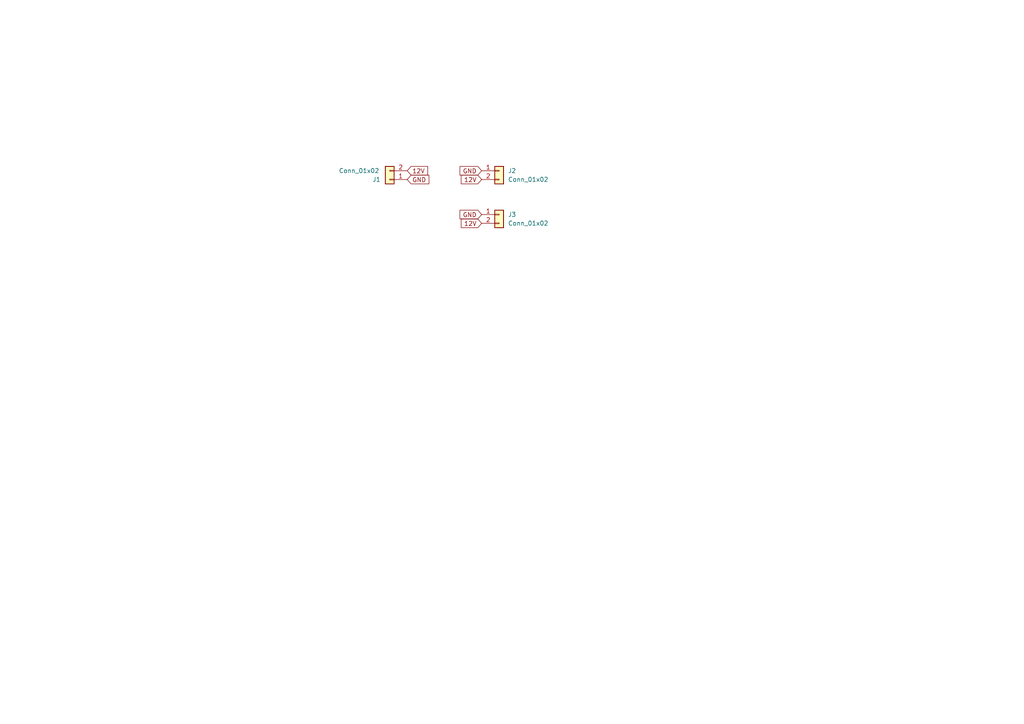
<source format=kicad_sch>
(kicad_sch (version 20211123) (generator eeschema)
  (paper "A4")
  (lib_symbols
    (symbol "Connector_Generic:Conn_01x02" (pin_names (offset 1.016) hide)
      (property "Reference" "J" (at 0 2.54 0))
      (property "Value" "Conn_01x02" (at 0 -5.08 0))
      (symbol "Conn_01x02_1_1"
        (rectangle (start -1.27 -2.413) (end 0 -2.667) (stroke (width 0.1524)))
        (rectangle (start -1.27 0.127) (end 0 -0.127) (stroke (width 0.1524)))
        (rectangle (start -1.27 1.27) (end 1.27 -3.81) (stroke (width 0.254)) (fill (type background)))
        (pin passive line (at -5.08 0 0) (length 3.81) (name "Pin_1") (number "1"))
        (pin passive line (at -5.08 -2.54 0) (length 3.81) (name "Pin_2") (number "2"))
      )
    )
  )
  (global_label "GND" (shape input) (at 118.11 52.07 0) (property "Intersheet References" "${INTERSHEET_REFS}" (effects hide)))
  (global_label "12V" (shape input) (at 139.7 64.77 180) (property "Intersheet References" "${INTERSHEET_REFS}" (effects hide)))
  (global_label "12V" (shape input) (at 139.7 52.07 180) (property "Intersheet References" "${INTERSHEET_REFS}" (effects hide)))
  (global_label "12V" (shape input) (at 118.11 49.53 0) (property "Intersheet References" "${INTERSHEET_REFS}" (effects hide)))
  (global_label "GND" (shape input) (at 139.7 49.53 180) (property "Intersheet References" "${INTERSHEET_REFS}" (effects hide)))
  (global_label "GND" (shape input) (at 139.7 62.23 180) (property "Intersheet References" "${INTERSHEET_REFS}" (effects hide)))
  (symbol (lib_id "Connector_Generic:Conn_01x02") (at 144.78 62.23 0) (unit 1)
    (property "Reference" "J3" (at 147.32 62.2299 0) (effects (justify left)))
    (property "Value" "Conn_01x02" (at 147.32 64.7699 0) (effects (justify left)))
    (property "Footprint" "Connector_JST:JST_XH_S2B-XH-A-1_1x02_P2.50mm_Horizontal" (effects hide))
  )
  (symbol (lib_id "Connector_Generic:Conn_01x02") (at 113.03 52.07 180) (unit 1)
    (property "Reference" "J1" (at 109.22 52.07 0))
    (property "Value" "Conn_01x02" (at 104.14 49.53 0))
    (property "Footprint" "Connector_JST:JST_XH_S2B-XH-A-1_1x02_P2.50mm_Horizontal" (effects hide))
  )
  (symbol (lib_id "Connector_Generic:Conn_01x02") (at 144.78 49.53 0) (unit 1)
    (property "Reference" "J2" (at 147.32 49.5299 0) (effects (justify left)))
    (property "Value" "Conn_01x02" (at 147.32 52.0699 0) (effects (justify left)))
    (property "Footprint" "Connector_JST:JST_XH_S2B-XH-A-1_1x02_P2.50mm_Horizontal" (effects hide))
  )
)
</source>
